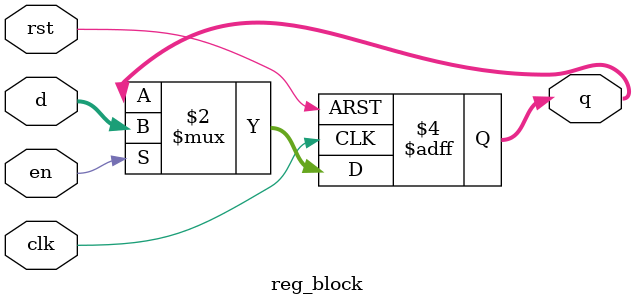
<source format=v>
module reg_block#(parameter WIDTH = 8)(input clk , rst , en , input [WIDTH -1:0]d , output reg [WIDTH -1:0]q);

always@(posedge clk or posedge rst)begin 
    if(rst)
        q<=0;
        else if(en)
        q<=d;
end

endmodule
</source>
